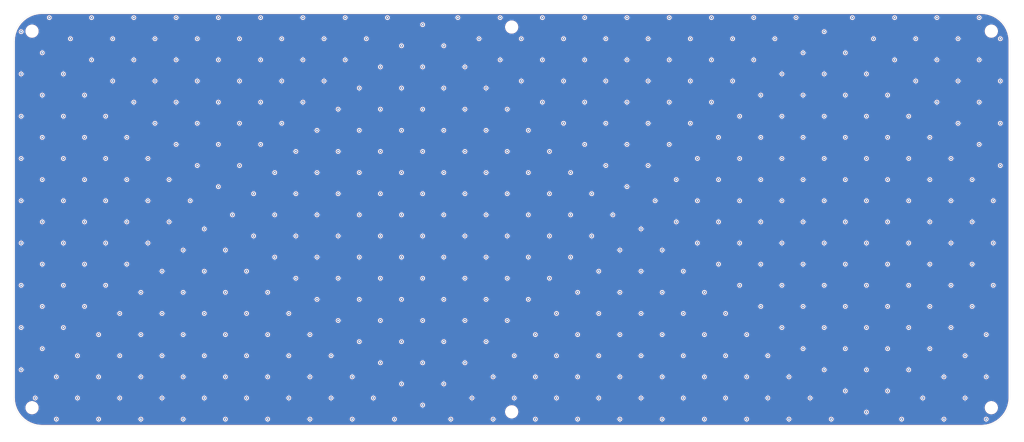
<source format=kicad_pcb>
(kicad_pcb (version 20171130) (host pcbnew "(5.1.5)-3")
  (title_block (date 2020-02-27))
  (layers (0 F.Cu signal) (31 B.Cu signal) (34 B.Paste user) (35 F.Paste user) (36 B.SilkS user) (37 F.SilkS user) (38 B.Mask user) (39 F.Mask user) (44 Edge.Cuts user))
  (net 0 "")
  (net 1 "Net-(H1-Pad1)")
  (module MountingHole:MountingHole_3.2mm_M3 (layer F.Cu) (at 347.453411 174.753427)
    (fp_text reference H6 hide)
    (fp_text value MountingHole)
    (pad 1 np_thru_hole circle (at 0 0) (size 3.2 3.2) (drill 3.2) (layers *.Cu *.Mask) (net 1 "Net-(H1-Pad1)"))
  )
  (module MountingHole:MountingHole_3.2mm_M3 (layer F.Cu) (at 75.096657 174.753427)
    (fp_text reference H2 hide)
    (fp_text value MountingHole)
    (pad 1 np_thru_hole circle (at 0 0) (size 3.2 3.2) (drill 3.2) (layers *.Cu *.Mask) (net 1 "Net-(H1-Pad1)"))
  )
  (module MountingHole:MountingHole_3.2mm_M3 (layer F.Cu) (at 211.275034 175.925)
    (fp_text reference H5 hide)
    (fp_text value MountingHole)
    (pad 1 np_thru_hole circle (at 0 0) (size 3.2 3.2) (drill 3.2) (layers *.Cu *.Mask) (net 1 "Net-(H1-Pad1)"))
  )
  (module MountingHole:MountingHole_3.2mm_M3 (layer F.Cu) (at 211.275034 66.6749)
    (fp_text reference H4 hide)
    (fp_text value MountingHole)
    (pad 1 np_thru_hole circle (at 0 0) (size 3.2 3.2) (drill 3.2) (layers *.Cu *.Mask) (net 1 "Net-(H1-Pad1)"))
  )
  (module MountingHole:MountingHole_3.2mm_M3 (layer F.Cu) (at 347.453411 67.846472)
    (fp_text reference H3 hide)
    (fp_text value MountingHole)
    (pad 1 np_thru_hole circle (at 0 0) (size 3.2 3.2) (drill 3.2) (layers *.Cu *.Mask) (net 1 "Net-(H1-Pad1)"))
  )
  (module MountingHole:MountingHole_3.2mm_M3 (layer F.Cu) (at 75.096657 67.846472)
    (fp_text reference H1 hide)
    (fp_text value MountingHole)
    (pad 1 np_thru_hole circle (at 0 0) (size 3.2 3.2) (drill 3.2) (layers *.Cu *.Mask) (net 1 "Net-(H1-Pad1)"))
  )
  (gr_line (start 344.625 62.674929) (end 77.925084 62.674929) (layer Edge.Cuts) (width 0.05))
  (gr_line (start 352.625 171.925) (end 352.625 70.674928) (layer Edge.Cuts) (width 0.05))
  (gr_arc (start 77.925084 171.925) (end 69.925085 171.925) (angle -90) (layer Edge.Cuts) (width 0.05))
  (gr_arc (start 344.625 70.674928) (end 352.625 70.674928) (angle -90) (layer Edge.Cuts) (width 0.05))
  (gr_arc (start 77.925084 70.674928) (end 77.925084 62.674929) (angle -90) (layer Edge.Cuts) (width 0.05))
  (gr_line (start 69.925085 70.674928) (end 69.925085 171.925) (layer Edge.Cuts) (width 0.05))
  (gr_line (start 77.925084 179.925) (end 344.625 179.925) (layer Edge.Cuts) (width 0.05))
  (gr_arc (start 344.625 171.925) (end 344.625 179.925) (angle -90) (layer Edge.Cuts) (width 0.05))
  (via (at 72 68) (size 0.8) (drill 0.4) (layers F.Cu B.Cu) (net 0))
  (via (at 72 80) (size 0.8) (drill 0.4) (layers F.Cu B.Cu) (net 0))
  (via (at 72 92) (size 0.8) (drill 0.4) (layers F.Cu B.Cu) (net 0))
  (via (at 72 104) (size 0.8) (drill 0.4) (layers F.Cu B.Cu) (net 0))
  (via (at 72 116) (size 0.8) (drill 0.4) (layers F.Cu B.Cu) (net 0))
  (via (at 72 128) (size 0.8) (drill 0.4) (layers F.Cu B.Cu) (net 0))
  (via (at 72 140) (size 0.8) (drill 0.4) (layers F.Cu B.Cu) (net 0))
  (via (at 72 152) (size 0.8) (drill 0.4) (layers F.Cu B.Cu) (net 0))
  (via (at 72 164) (size 0.8) (drill 0.4) (layers F.Cu B.Cu) (net 0))
  (via (at 76 172) (size 0.8) (drill 0.4) (layers F.Cu B.Cu) (net 0))
  (via (at 78 74) (size 0.8) (drill 0.4) (layers F.Cu B.Cu) (net 0))
  (via (at 78 86) (size 0.8) (drill 0.4) (layers F.Cu B.Cu) (net 0))
  (via (at 78 98) (size 0.8) (drill 0.4) (layers F.Cu B.Cu) (net 0))
  (via (at 78 110) (size 0.8) (drill 0.4) (layers F.Cu B.Cu) (net 0))
  (via (at 78 122) (size 0.8) (drill 0.4) (layers F.Cu B.Cu) (net 0))
  (via (at 78 134) (size 0.8) (drill 0.4) (layers F.Cu B.Cu) (net 0))
  (via (at 78 146) (size 0.8) (drill 0.4) (layers F.Cu B.Cu) (net 0))
  (via (at 78 158) (size 0.8) (drill 0.4) (layers F.Cu B.Cu) (net 0))
  (via (at 80 64) (size 0.8) (drill 0.4) (layers F.Cu B.Cu) (net 0))
  (via (at 82 166) (size 0.8) (drill 0.4) (layers F.Cu B.Cu) (net 0))
  (via (at 82 178) (size 0.8) (drill 0.4) (layers F.Cu B.Cu) (net 0))
  (via (at 84 80) (size 0.8) (drill 0.4) (layers F.Cu B.Cu) (net 0))
  (via (at 84 92) (size 0.8) (drill 0.4) (layers F.Cu B.Cu) (net 0))
  (via (at 84 104) (size 0.8) (drill 0.4) (layers F.Cu B.Cu) (net 0))
  (via (at 84 116) (size 0.8) (drill 0.4) (layers F.Cu B.Cu) (net 0))
  (via (at 84 128) (size 0.8) (drill 0.4) (layers F.Cu B.Cu) (net 0))
  (via (at 84 140) (size 0.8) (drill 0.4) (layers F.Cu B.Cu) (net 0))
  (via (at 84 152) (size 0.8) (drill 0.4) (layers F.Cu B.Cu) (net 0))
  (via (at 86 70) (size 0.8) (drill 0.4) (layers F.Cu B.Cu) (net 0))
  (via (at 88 160) (size 0.8) (drill 0.4) (layers F.Cu B.Cu) (net 0))
  (via (at 88 172) (size 0.8) (drill 0.4) (layers F.Cu B.Cu) (net 0))
  (via (at 90 86) (size 0.8) (drill 0.4) (layers F.Cu B.Cu) (net 0))
  (via (at 90 98) (size 0.8) (drill 0.4) (layers F.Cu B.Cu) (net 0))
  (via (at 90 110) (size 0.8) (drill 0.4) (layers F.Cu B.Cu) (net 0))
  (via (at 90 122) (size 0.8) (drill 0.4) (layers F.Cu B.Cu) (net 0))
  (via (at 90 134) (size 0.8) (drill 0.4) (layers F.Cu B.Cu) (net 0))
  (via (at 90 146) (size 0.8) (drill 0.4) (layers F.Cu B.Cu) (net 0))
  (via (at 92 64) (size 0.8) (drill 0.4) (layers F.Cu B.Cu) (net 0))
  (via (at 92 76) (size 0.8) (drill 0.4) (layers F.Cu B.Cu) (net 0))
  (via (at 94 154) (size 0.8) (drill 0.4) (layers F.Cu B.Cu) (net 0))
  (via (at 94 166) (size 0.8) (drill 0.4) (layers F.Cu B.Cu) (net 0))
  (via (at 94 178) (size 0.8) (drill 0.4) (layers F.Cu B.Cu) (net 0))
  (via (at 96 92) (size 0.8) (drill 0.4) (layers F.Cu B.Cu) (net 0))
  (via (at 96 104) (size 0.8) (drill 0.4) (layers F.Cu B.Cu) (net 0))
  (via (at 96 116) (size 0.8) (drill 0.4) (layers F.Cu B.Cu) (net 0))
  (via (at 96 128) (size 0.8) (drill 0.4) (layers F.Cu B.Cu) (net 0))
  (via (at 96 140) (size 0.8) (drill 0.4) (layers F.Cu B.Cu) (net 0))
  (via (at 98 70) (size 0.8) (drill 0.4) (layers F.Cu B.Cu) (net 0))
  (via (at 98 82) (size 0.8) (drill 0.4) (layers F.Cu B.Cu) (net 0))
  (via (at 100 148) (size 0.8) (drill 0.4) (layers F.Cu B.Cu) (net 0))
  (via (at 100 160) (size 0.8) (drill 0.4) (layers F.Cu B.Cu) (net 0))
  (via (at 100 172) (size 0.8) (drill 0.4) (layers F.Cu B.Cu) (net 0))
  (via (at 102 98) (size 0.8) (drill 0.4) (layers F.Cu B.Cu) (net 0))
  (via (at 102 110) (size 0.8) (drill 0.4) (layers F.Cu B.Cu) (net 0))
  (via (at 102 122) (size 0.8) (drill 0.4) (layers F.Cu B.Cu) (net 0))
  (via (at 102 134) (size 0.8) (drill 0.4) (layers F.Cu B.Cu) (net 0))
  (via (at 104 64) (size 0.8) (drill 0.4) (layers F.Cu B.Cu) (net 0))
  (via (at 104 76) (size 0.8) (drill 0.4) (layers F.Cu B.Cu) (net 0))
  (via (at 104 88) (size 0.8) (drill 0.4) (layers F.Cu B.Cu) (net 0))
  (via (at 106 142) (size 0.8) (drill 0.4) (layers F.Cu B.Cu) (net 0))
  (via (at 106 154) (size 0.8) (drill 0.4) (layers F.Cu B.Cu) (net 0))
  (via (at 106 166) (size 0.8) (drill 0.4) (layers F.Cu B.Cu) (net 0))
  (via (at 106 178) (size 0.8) (drill 0.4) (layers F.Cu B.Cu) (net 0))
  (via (at 108 104) (size 0.8) (drill 0.4) (layers F.Cu B.Cu) (net 0))
  (via (at 108 116) (size 0.8) (drill 0.4) (layers F.Cu B.Cu) (net 0))
  (via (at 108 128) (size 0.8) (drill 0.4) (layers F.Cu B.Cu) (net 0))
  (via (at 110 70) (size 0.8) (drill 0.4) (layers F.Cu B.Cu) (net 0))
  (via (at 110 82) (size 0.8) (drill 0.4) (layers F.Cu B.Cu) (net 0))
  (via (at 110 94) (size 0.8) (drill 0.4) (layers F.Cu B.Cu) (net 0))
  (via (at 112 136) (size 0.8) (drill 0.4) (layers F.Cu B.Cu) (net 0))
  (via (at 112 148) (size 0.8) (drill 0.4) (layers F.Cu B.Cu) (net 0))
  (via (at 112 160) (size 0.8) (drill 0.4) (layers F.Cu B.Cu) (net 0))
  (via (at 112 172) (size 0.8) (drill 0.4) (layers F.Cu B.Cu) (net 0))
  (via (at 114 110) (size 0.8) (drill 0.4) (layers F.Cu B.Cu) (net 0))
  (via (at 114 122) (size 0.8) (drill 0.4) (layers F.Cu B.Cu) (net 0))
  (via (at 116 64) (size 0.8) (drill 0.4) (layers F.Cu B.Cu) (net 0))
  (via (at 116 76) (size 0.8) (drill 0.4) (layers F.Cu B.Cu) (net 0))
  (via (at 116 88) (size 0.8) (drill 0.4) (layers F.Cu B.Cu) (net 0))
  (via (at 116 100) (size 0.8) (drill 0.4) (layers F.Cu B.Cu) (net 0))
  (via (at 118 130) (size 0.8) (drill 0.4) (layers F.Cu B.Cu) (net 0))
  (via (at 118 142) (size 0.8) (drill 0.4) (layers F.Cu B.Cu) (net 0))
  (via (at 118 154) (size 0.8) (drill 0.4) (layers F.Cu B.Cu) (net 0))
  (via (at 118 166) (size 0.8) (drill 0.4) (layers F.Cu B.Cu) (net 0))
  (via (at 118 178) (size 0.8) (drill 0.4) (layers F.Cu B.Cu) (net 0))
  (via (at 120 116) (size 0.8) (drill 0.4) (layers F.Cu B.Cu) (net 0))
  (via (at 122 70) (size 0.8) (drill 0.4) (layers F.Cu B.Cu) (net 0))
  (via (at 122 82) (size 0.8) (drill 0.4) (layers F.Cu B.Cu) (net 0))
  (via (at 122 94) (size 0.8) (drill 0.4) (layers F.Cu B.Cu) (net 0))
  (via (at 122 106) (size 0.8) (drill 0.4) (layers F.Cu B.Cu) (net 0))
  (via (at 124 124) (size 0.8) (drill 0.4) (layers F.Cu B.Cu) (net 0))
  (via (at 124 136) (size 0.8) (drill 0.4) (layers F.Cu B.Cu) (net 0))
  (via (at 124 148) (size 0.8) (drill 0.4) (layers F.Cu B.Cu) (net 0))
  (via (at 124 160) (size 0.8) (drill 0.4) (layers F.Cu B.Cu) (net 0))
  (via (at 124 172) (size 0.8) (drill 0.4) (layers F.Cu B.Cu) (net 0))
  (via (at 128 64) (size 0.8) (drill 0.4) (layers F.Cu B.Cu) (net 0))
  (via (at 128 76) (size 0.8) (drill 0.4) (layers F.Cu B.Cu) (net 0))
  (via (at 128 88) (size 0.8) (drill 0.4) (layers F.Cu B.Cu) (net 0))
  (via (at 128 100) (size 0.8) (drill 0.4) (layers F.Cu B.Cu) (net 0))
  (via (at 128 112) (size 0.8) (drill 0.4) (layers F.Cu B.Cu) (net 0))
  (via (at 130 130) (size 0.8) (drill 0.4) (layers F.Cu B.Cu) (net 0))
  (via (at 130 142) (size 0.8) (drill 0.4) (layers F.Cu B.Cu) (net 0))
  (via (at 130 154) (size 0.8) (drill 0.4) (layers F.Cu B.Cu) (net 0))
  (via (at 130 166) (size 0.8) (drill 0.4) (layers F.Cu B.Cu) (net 0))
  (via (at 130 178) (size 0.8) (drill 0.4) (layers F.Cu B.Cu) (net 0))
  (via (at 132 120) (size 0.8) (drill 0.4) (layers F.Cu B.Cu) (net 0))
  (via (at 134 70) (size 0.8) (drill 0.4) (layers F.Cu B.Cu) (net 0))
  (via (at 134 82) (size 0.8) (drill 0.4) (layers F.Cu B.Cu) (net 0))
  (via (at 134 94) (size 0.8) (drill 0.4) (layers F.Cu B.Cu) (net 0))
  (via (at 134 106) (size 0.8) (drill 0.4) (layers F.Cu B.Cu) (net 0))
  (via (at 136 136) (size 0.8) (drill 0.4) (layers F.Cu B.Cu) (net 0))
  (via (at 136 148) (size 0.8) (drill 0.4) (layers F.Cu B.Cu) (net 0))
  (via (at 136 160) (size 0.8) (drill 0.4) (layers F.Cu B.Cu) (net 0))
  (via (at 136 172) (size 0.8) (drill 0.4) (layers F.Cu B.Cu) (net 0))
  (via (at 138 114) (size 0.8) (drill 0.4) (layers F.Cu B.Cu) (net 0))
  (via (at 138 126) (size 0.8) (drill 0.4) (layers F.Cu B.Cu) (net 0))
  (via (at 140 64) (size 0.8) (drill 0.4) (layers F.Cu B.Cu) (net 0))
  (via (at 140 76) (size 0.8) (drill 0.4) (layers F.Cu B.Cu) (net 0))
  (via (at 140 88) (size 0.8) (drill 0.4) (layers F.Cu B.Cu) (net 0))
  (via (at 140 100) (size 0.8) (drill 0.4) (layers F.Cu B.Cu) (net 0))
  (via (at 142 142) (size 0.8) (drill 0.4) (layers F.Cu B.Cu) (net 0))
  (via (at 142 154) (size 0.8) (drill 0.4) (layers F.Cu B.Cu) (net 0))
  (via (at 142 166) (size 0.8) (drill 0.4) (layers F.Cu B.Cu) (net 0))
  (via (at 142 178) (size 0.8) (drill 0.4) (layers F.Cu B.Cu) (net 0))
  (via (at 144 108) (size 0.8) (drill 0.4) (layers F.Cu B.Cu) (net 0))
  (via (at 144 120) (size 0.8) (drill 0.4) (layers F.Cu B.Cu) (net 0))
  (via (at 144 132) (size 0.8) (drill 0.4) (layers F.Cu B.Cu) (net 0))
  (via (at 146 70) (size 0.8) (drill 0.4) (layers F.Cu B.Cu) (net 0))
  (via (at 146 82) (size 0.8) (drill 0.4) (layers F.Cu B.Cu) (net 0))
  (via (at 146 94) (size 0.8) (drill 0.4) (layers F.Cu B.Cu) (net 0))
  (via (at 148 148) (size 0.8) (drill 0.4) (layers F.Cu B.Cu) (net 0))
  (via (at 148 160) (size 0.8) (drill 0.4) (layers F.Cu B.Cu) (net 0))
  (via (at 148 172) (size 0.8) (drill 0.4) (layers F.Cu B.Cu) (net 0))
  (via (at 150 102) (size 0.8) (drill 0.4) (layers F.Cu B.Cu) (net 0))
  (via (at 150 114) (size 0.8) (drill 0.4) (layers F.Cu B.Cu) (net 0))
  (via (at 150 126) (size 0.8) (drill 0.4) (layers F.Cu B.Cu) (net 0))
  (via (at 150 138) (size 0.8) (drill 0.4) (layers F.Cu B.Cu) (net 0))
  (via (at 152 64) (size 0.8) (drill 0.4) (layers F.Cu B.Cu) (net 0))
  (via (at 152 76) (size 0.8) (drill 0.4) (layers F.Cu B.Cu) (net 0))
  (via (at 152 88) (size 0.8) (drill 0.4) (layers F.Cu B.Cu) (net 0))
  (via (at 154 154) (size 0.8) (drill 0.4) (layers F.Cu B.Cu) (net 0))
  (via (at 154 166) (size 0.8) (drill 0.4) (layers F.Cu B.Cu) (net 0))
  (via (at 154 178) (size 0.8) (drill 0.4) (layers F.Cu B.Cu) (net 0))
  (via (at 156 96) (size 0.8) (drill 0.4) (layers F.Cu B.Cu) (net 0))
  (via (at 156 108) (size 0.8) (drill 0.4) (layers F.Cu B.Cu) (net 0))
  (via (at 156 120) (size 0.8) (drill 0.4) (layers F.Cu B.Cu) (net 0))
  (via (at 156 132) (size 0.8) (drill 0.4) (layers F.Cu B.Cu) (net 0))
  (via (at 156 144) (size 0.8) (drill 0.4) (layers F.Cu B.Cu) (net 0))
  (via (at 158 70) (size 0.8) (drill 0.4) (layers F.Cu B.Cu) (net 0))
  (via (at 158 82) (size 0.8) (drill 0.4) (layers F.Cu B.Cu) (net 0))
  (via (at 160 160) (size 0.8) (drill 0.4) (layers F.Cu B.Cu) (net 0))
  (via (at 160 172) (size 0.8) (drill 0.4) (layers F.Cu B.Cu) (net 0))
  (via (at 162 90) (size 0.8) (drill 0.4) (layers F.Cu B.Cu) (net 0))
  (via (at 162 102) (size 0.8) (drill 0.4) (layers F.Cu B.Cu) (net 0))
  (via (at 162 114) (size 0.8) (drill 0.4) (layers F.Cu B.Cu) (net 0))
  (via (at 162 126) (size 0.8) (drill 0.4) (layers F.Cu B.Cu) (net 0))
  (via (at 162 138) (size 0.8) (drill 0.4) (layers F.Cu B.Cu) (net 0))
  (via (at 162 150) (size 0.8) (drill 0.4) (layers F.Cu B.Cu) (net 0))
  (via (at 164 64) (size 0.8) (drill 0.4) (layers F.Cu B.Cu) (net 0))
  (via (at 164 76) (size 0.8) (drill 0.4) (layers F.Cu B.Cu) (net 0))
  (via (at 166 166) (size 0.8) (drill 0.4) (layers F.Cu B.Cu) (net 0))
  (via (at 166 178) (size 0.8) (drill 0.4) (layers F.Cu B.Cu) (net 0))
  (via (at 168 84) (size 0.8) (drill 0.4) (layers F.Cu B.Cu) (net 0))
  (via (at 168 96) (size 0.8) (drill 0.4) (layers F.Cu B.Cu) (net 0))
  (via (at 168 108) (size 0.8) (drill 0.4) (layers F.Cu B.Cu) (net 0))
  (via (at 168 120) (size 0.8) (drill 0.4) (layers F.Cu B.Cu) (net 0))
  (via (at 168 132) (size 0.8) (drill 0.4) (layers F.Cu B.Cu) (net 0))
  (via (at 168 144) (size 0.8) (drill 0.4) (layers F.Cu B.Cu) (net 0))
  (via (at 168 156) (size 0.8) (drill 0.4) (layers F.Cu B.Cu) (net 0))
  (via (at 170 70) (size 0.8) (drill 0.4) (layers F.Cu B.Cu) (net 0))
  (via (at 172 172) (size 0.8) (drill 0.4) (layers F.Cu B.Cu) (net 0))
  (via (at 174 78) (size 0.8) (drill 0.4) (layers F.Cu B.Cu) (net 0))
  (via (at 174 90) (size 0.8) (drill 0.4) (layers F.Cu B.Cu) (net 0))
  (via (at 174 102) (size 0.8) (drill 0.4) (layers F.Cu B.Cu) (net 0))
  (via (at 174 114) (size 0.8) (drill 0.4) (layers F.Cu B.Cu) (net 0))
  (via (at 174 126) (size 0.8) (drill 0.4) (layers F.Cu B.Cu) (net 0))
  (via (at 174 138) (size 0.8) (drill 0.4) (layers F.Cu B.Cu) (net 0))
  (via (at 174 150) (size 0.8) (drill 0.4) (layers F.Cu B.Cu) (net 0))
  (via (at 174 162) (size 0.8) (drill 0.4) (layers F.Cu B.Cu) (net 0))
  (via (at 176 64) (size 0.8) (drill 0.4) (layers F.Cu B.Cu) (net 0))
  (via (at 178 178) (size 0.8) (drill 0.4) (layers F.Cu B.Cu) (net 0))
  (via (at 180 72) (size 0.8) (drill 0.4) (layers F.Cu B.Cu) (net 0))
  (via (at 180 84) (size 0.8) (drill 0.4) (layers F.Cu B.Cu) (net 0))
  (via (at 180 96) (size 0.8) (drill 0.4) (layers F.Cu B.Cu) (net 0))
  (via (at 180 108) (size 0.8) (drill 0.4) (layers F.Cu B.Cu) (net 0))
  (via (at 180 120) (size 0.8) (drill 0.4) (layers F.Cu B.Cu) (net 0))
  (via (at 180 132) (size 0.8) (drill 0.4) (layers F.Cu B.Cu) (net 0))
  (via (at 180 144) (size 0.8) (drill 0.4) (layers F.Cu B.Cu) (net 0))
  (via (at 180 156) (size 0.8) (drill 0.4) (layers F.Cu B.Cu) (net 0))
  (via (at 180 168) (size 0.8) (drill 0.4) (layers F.Cu B.Cu) (net 0))
  (via (at 186 66) (size 0.8) (drill 0.4) (layers F.Cu B.Cu) (net 0))
  (via (at 186 78) (size 0.8) (drill 0.4) (layers F.Cu B.Cu) (net 0))
  (via (at 186 90) (size 0.8) (drill 0.4) (layers F.Cu B.Cu) (net 0))
  (via (at 186 102) (size 0.8) (drill 0.4) (layers F.Cu B.Cu) (net 0))
  (via (at 186 114) (size 0.8) (drill 0.4) (layers F.Cu B.Cu) (net 0))
  (via (at 186 126) (size 0.8) (drill 0.4) (layers F.Cu B.Cu) (net 0))
  (via (at 186 138) (size 0.8) (drill 0.4) (layers F.Cu B.Cu) (net 0))
  (via (at 186 150) (size 0.8) (drill 0.4) (layers F.Cu B.Cu) (net 0))
  (via (at 186 162) (size 0.8) (drill 0.4) (layers F.Cu B.Cu) (net 0))
  (via (at 186 174) (size 0.8) (drill 0.4) (layers F.Cu B.Cu) (net 0))
  (via (at 192 72) (size 0.8) (drill 0.4) (layers F.Cu B.Cu) (net 0))
  (via (at 192 84) (size 0.8) (drill 0.4) (layers F.Cu B.Cu) (net 0))
  (via (at 192 96) (size 0.8) (drill 0.4) (layers F.Cu B.Cu) (net 0))
  (via (at 192 108) (size 0.8) (drill 0.4) (layers F.Cu B.Cu) (net 0))
  (via (at 192 120) (size 0.8) (drill 0.4) (layers F.Cu B.Cu) (net 0))
  (via (at 192 132) (size 0.8) (drill 0.4) (layers F.Cu B.Cu) (net 0))
  (via (at 192 144) (size 0.8) (drill 0.4) (layers F.Cu B.Cu) (net 0))
  (via (at 192 156) (size 0.8) (drill 0.4) (layers F.Cu B.Cu) (net 0))
  (via (at 192 168) (size 0.8) (drill 0.4) (layers F.Cu B.Cu) (net 0))
  (via (at 194 178) (size 0.8) (drill 0.4) (layers F.Cu B.Cu) (net 0))
  (via (at 196 64) (size 0.8) (drill 0.4) (layers F.Cu B.Cu) (net 0))
  (via (at 198 78) (size 0.8) (drill 0.4) (layers F.Cu B.Cu) (net 0))
  (via (at 198 90) (size 0.8) (drill 0.4) (layers F.Cu B.Cu) (net 0))
  (via (at 198 102) (size 0.8) (drill 0.4) (layers F.Cu B.Cu) (net 0))
  (via (at 198 114) (size 0.8) (drill 0.4) (layers F.Cu B.Cu) (net 0))
  (via (at 198 126) (size 0.8) (drill 0.4) (layers F.Cu B.Cu) (net 0))
  (via (at 198 138) (size 0.8) (drill 0.4) (layers F.Cu B.Cu) (net 0))
  (via (at 198 150) (size 0.8) (drill 0.4) (layers F.Cu B.Cu) (net 0))
  (via (at 198 162) (size 0.8) (drill 0.4) (layers F.Cu B.Cu) (net 0))
  (via (at 200 172) (size 0.8) (drill 0.4) (layers F.Cu B.Cu) (net 0))
  (via (at 202 70) (size 0.8) (drill 0.4) (layers F.Cu B.Cu) (net 0))
  (via (at 204 84) (size 0.8) (drill 0.4) (layers F.Cu B.Cu) (net 0))
  (via (at 204 96) (size 0.8) (drill 0.4) (layers F.Cu B.Cu) (net 0))
  (via (at 204 108) (size 0.8) (drill 0.4) (layers F.Cu B.Cu) (net 0))
  (via (at 204 120) (size 0.8) (drill 0.4) (layers F.Cu B.Cu) (net 0))
  (via (at 204 132) (size 0.8) (drill 0.4) (layers F.Cu B.Cu) (net 0))
  (via (at 204 144) (size 0.8) (drill 0.4) (layers F.Cu B.Cu) (net 0))
  (via (at 204 156) (size 0.8) (drill 0.4) (layers F.Cu B.Cu) (net 0))
  (via (at 206 166) (size 0.8) (drill 0.4) (layers F.Cu B.Cu) (net 0))
  (via (at 206 178) (size 0.8) (drill 0.4) (layers F.Cu B.Cu) (net 0))
  (via (at 208 64) (size 0.8) (drill 0.4) (layers F.Cu B.Cu) (net 0))
  (via (at 208 76) (size 0.8) (drill 0.4) (layers F.Cu B.Cu) (net 0))
  (via (at 210 90) (size 0.8) (drill 0.4) (layers F.Cu B.Cu) (net 0))
  (via (at 210 102) (size 0.8) (drill 0.4) (layers F.Cu B.Cu) (net 0))
  (via (at 210 114) (size 0.8) (drill 0.4) (layers F.Cu B.Cu) (net 0))
  (via (at 210 126) (size 0.8) (drill 0.4) (layers F.Cu B.Cu) (net 0))
  (via (at 210 138) (size 0.8) (drill 0.4) (layers F.Cu B.Cu) (net 0))
  (via (at 210 150) (size 0.8) (drill 0.4) (layers F.Cu B.Cu) (net 0))
  (via (at 212 160) (size 0.8) (drill 0.4) (layers F.Cu B.Cu) (net 0))
  (via (at 212 172) (size 0.8) (drill 0.4) (layers F.Cu B.Cu) (net 0))
  (via (at 214 70) (size 0.8) (drill 0.4) (layers F.Cu B.Cu) (net 0))
  (via (at 214 82) (size 0.8) (drill 0.4) (layers F.Cu B.Cu) (net 0))
  (via (at 216 96) (size 0.8) (drill 0.4) (layers F.Cu B.Cu) (net 0))
  (via (at 216 108) (size 0.8) (drill 0.4) (layers F.Cu B.Cu) (net 0))
  (via (at 216 120) (size 0.8) (drill 0.4) (layers F.Cu B.Cu) (net 0))
  (via (at 216 132) (size 0.8) (drill 0.4) (layers F.Cu B.Cu) (net 0))
  (via (at 216 144) (size 0.8) (drill 0.4) (layers F.Cu B.Cu) (net 0))
  (via (at 218 154) (size 0.8) (drill 0.4) (layers F.Cu B.Cu) (net 0))
  (via (at 218 166) (size 0.8) (drill 0.4) (layers F.Cu B.Cu) (net 0))
  (via (at 218 178) (size 0.8) (drill 0.4) (layers F.Cu B.Cu) (net 0))
  (via (at 220 64) (size 0.8) (drill 0.4) (layers F.Cu B.Cu) (net 0))
  (via (at 220 76) (size 0.8) (drill 0.4) (layers F.Cu B.Cu) (net 0))
  (via (at 220 88) (size 0.8) (drill 0.4) (layers F.Cu B.Cu) (net 0))
  (via (at 222 102) (size 0.8) (drill 0.4) (layers F.Cu B.Cu) (net 0))
  (via (at 222 114) (size 0.8) (drill 0.4) (layers F.Cu B.Cu) (net 0))
  (via (at 222 126) (size 0.8) (drill 0.4) (layers F.Cu B.Cu) (net 0))
  (via (at 222 138) (size 0.8) (drill 0.4) (layers F.Cu B.Cu) (net 0))
  (via (at 224 148) (size 0.8) (drill 0.4) (layers F.Cu B.Cu) (net 0))
  (via (at 224 160) (size 0.8) (drill 0.4) (layers F.Cu B.Cu) (net 0))
  (via (at 224 172) (size 0.8) (drill 0.4) (layers F.Cu B.Cu) (net 0))
  (via (at 226 70) (size 0.8) (drill 0.4) (layers F.Cu B.Cu) (net 0))
  (via (at 226 82) (size 0.8) (drill 0.4) (layers F.Cu B.Cu) (net 0))
  (via (at 226 94) (size 0.8) (drill 0.4) (layers F.Cu B.Cu) (net 0))
  (via (at 228 108) (size 0.8) (drill 0.4) (layers F.Cu B.Cu) (net 0))
  (via (at 228 120) (size 0.8) (drill 0.4) (layers F.Cu B.Cu) (net 0))
  (via (at 228 132) (size 0.8) (drill 0.4) (layers F.Cu B.Cu) (net 0))
  (via (at 230 142) (size 0.8) (drill 0.4) (layers F.Cu B.Cu) (net 0))
  (via (at 230 154) (size 0.8) (drill 0.4) (layers F.Cu B.Cu) (net 0))
  (via (at 230 166) (size 0.8) (drill 0.4) (layers F.Cu B.Cu) (net 0))
  (via (at 230 178) (size 0.8) (drill 0.4) (layers F.Cu B.Cu) (net 0))
  (via (at 232 64) (size 0.8) (drill 0.4) (layers F.Cu B.Cu) (net 0))
  (via (at 232 76) (size 0.8) (drill 0.4) (layers F.Cu B.Cu) (net 0))
  (via (at 232 88) (size 0.8) (drill 0.4) (layers F.Cu B.Cu) (net 0))
  (via (at 232 100) (size 0.8) (drill 0.4) (layers F.Cu B.Cu) (net 0))
  (via (at 234 114) (size 0.8) (drill 0.4) (layers F.Cu B.Cu) (net 0))
  (via (at 234 126) (size 0.8) (drill 0.4) (layers F.Cu B.Cu) (net 0))
  (via (at 236 136) (size 0.8) (drill 0.4) (layers F.Cu B.Cu) (net 0))
  (via (at 236 148) (size 0.8) (drill 0.4) (layers F.Cu B.Cu) (net 0))
  (via (at 236 160) (size 0.8) (drill 0.4) (layers F.Cu B.Cu) (net 0))
  (via (at 236 172) (size 0.8) (drill 0.4) (layers F.Cu B.Cu) (net 0))
  (via (at 238 70) (size 0.8) (drill 0.4) (layers F.Cu B.Cu) (net 0))
  (via (at 238 82) (size 0.8) (drill 0.4) (layers F.Cu B.Cu) (net 0))
  (via (at 238 94) (size 0.8) (drill 0.4) (layers F.Cu B.Cu) (net 0))
  (via (at 238 106) (size 0.8) (drill 0.4) (layers F.Cu B.Cu) (net 0))
  (via (at 240 120) (size 0.8) (drill 0.4) (layers F.Cu B.Cu) (net 0))
  (via (at 242 130) (size 0.8) (drill 0.4) (layers F.Cu B.Cu) (net 0))
  (via (at 242 142) (size 0.8) (drill 0.4) (layers F.Cu B.Cu) (net 0))
  (via (at 242 154) (size 0.8) (drill 0.4) (layers F.Cu B.Cu) (net 0))
  (via (at 242 166) (size 0.8) (drill 0.4) (layers F.Cu B.Cu) (net 0))
  (via (at 242 178) (size 0.8) (drill 0.4) (layers F.Cu B.Cu) (net 0))
  (via (at 244 64) (size 0.8) (drill 0.4) (layers F.Cu B.Cu) (net 0))
  (via (at 244 76) (size 0.8) (drill 0.4) (layers F.Cu B.Cu) (net 0))
  (via (at 244 88) (size 0.8) (drill 0.4) (layers F.Cu B.Cu) (net 0))
  (via (at 244 100) (size 0.8) (drill 0.4) (layers F.Cu B.Cu) (net 0))
  (via (at 244 112) (size 0.8) (drill 0.4) (layers F.Cu B.Cu) (net 0))
  (via (at 248 124) (size 0.8) (drill 0.4) (layers F.Cu B.Cu) (net 0))
  (via (at 248 136) (size 0.8) (drill 0.4) (layers F.Cu B.Cu) (net 0))
  (via (at 248 148) (size 0.8) (drill 0.4) (layers F.Cu B.Cu) (net 0))
  (via (at 248 160) (size 0.8) (drill 0.4) (layers F.Cu B.Cu) (net 0))
  (via (at 248 172) (size 0.8) (drill 0.4) (layers F.Cu B.Cu) (net 0))
  (via (at 250 70) (size 0.8) (drill 0.4) (layers F.Cu B.Cu) (net 0))
  (via (at 250 82) (size 0.8) (drill 0.4) (layers F.Cu B.Cu) (net 0))
  (via (at 250 94) (size 0.8) (drill 0.4) (layers F.Cu B.Cu) (net 0))
  (via (at 250 106) (size 0.8) (drill 0.4) (layers F.Cu B.Cu) (net 0))
  (via (at 252 116) (size 0.8) (drill 0.4) (layers F.Cu B.Cu) (net 0))
  (via (at 254 130) (size 0.8) (drill 0.4) (layers F.Cu B.Cu) (net 0))
  (via (at 254 142) (size 0.8) (drill 0.4) (layers F.Cu B.Cu) (net 0))
  (via (at 254 154) (size 0.8) (drill 0.4) (layers F.Cu B.Cu) (net 0))
  (via (at 254 166) (size 0.8) (drill 0.4) (layers F.Cu B.Cu) (net 0))
  (via (at 254 178) (size 0.8) (drill 0.4) (layers F.Cu B.Cu) (net 0))
  (via (at 256 64) (size 0.8) (drill 0.4) (layers F.Cu B.Cu) (net 0))
  (via (at 256 76) (size 0.8) (drill 0.4) (layers F.Cu B.Cu) (net 0))
  (via (at 256 88) (size 0.8) (drill 0.4) (layers F.Cu B.Cu) (net 0))
  (via (at 256 100) (size 0.8) (drill 0.4) (layers F.Cu B.Cu) (net 0))
  (via (at 258 110) (size 0.8) (drill 0.4) (layers F.Cu B.Cu) (net 0))
  (via (at 258 122) (size 0.8) (drill 0.4) (layers F.Cu B.Cu) (net 0))
  (via (at 260 136) (size 0.8) (drill 0.4) (layers F.Cu B.Cu) (net 0))
  (via (at 260 148) (size 0.8) (drill 0.4) (layers F.Cu B.Cu) (net 0))
  (via (at 260 160) (size 0.8) (drill 0.4) (layers F.Cu B.Cu) (net 0))
  (via (at 260 172) (size 0.8) (drill 0.4) (layers F.Cu B.Cu) (net 0))
  (via (at 262 70) (size 0.8) (drill 0.4) (layers F.Cu B.Cu) (net 0))
  (via (at 262 82) (size 0.8) (drill 0.4) (layers F.Cu B.Cu) (net 0))
  (via (at 262 94) (size 0.8) (drill 0.4) (layers F.Cu B.Cu) (net 0))
  (via (at 264 104) (size 0.8) (drill 0.4) (layers F.Cu B.Cu) (net 0))
  (via (at 264 116) (size 0.8) (drill 0.4) (layers F.Cu B.Cu) (net 0))
  (via (at 264 128) (size 0.8) (drill 0.4) (layers F.Cu B.Cu) (net 0))
  (via (at 266 142) (size 0.8) (drill 0.4) (layers F.Cu B.Cu) (net 0))
  (via (at 266 154) (size 0.8) (drill 0.4) (layers F.Cu B.Cu) (net 0))
  (via (at 266 166) (size 0.8) (drill 0.4) (layers F.Cu B.Cu) (net 0))
  (via (at 266 178) (size 0.8) (drill 0.4) (layers F.Cu B.Cu) (net 0))
  (via (at 268 64) (size 0.8) (drill 0.4) (layers F.Cu B.Cu) (net 0))
  (via (at 268 76) (size 0.8) (drill 0.4) (layers F.Cu B.Cu) (net 0))
  (via (at 268 88) (size 0.8) (drill 0.4) (layers F.Cu B.Cu) (net 0))
  (via (at 270 98) (size 0.8) (drill 0.4) (layers F.Cu B.Cu) (net 0))
  (via (at 270 110) (size 0.8) (drill 0.4) (layers F.Cu B.Cu) (net 0))
  (via (at 270 122) (size 0.8) (drill 0.4) (layers F.Cu B.Cu) (net 0))
  (via (at 270 134) (size 0.8) (drill 0.4) (layers F.Cu B.Cu) (net 0))
  (via (at 272 148) (size 0.8) (drill 0.4) (layers F.Cu B.Cu) (net 0))
  (via (at 272 160) (size 0.8) (drill 0.4) (layers F.Cu B.Cu) (net 0))
  (via (at 272 172) (size 0.8) (drill 0.4) (layers F.Cu B.Cu) (net 0))
  (via (at 274 70) (size 0.8) (drill 0.4) (layers F.Cu B.Cu) (net 0))
  (via (at 274 82) (size 0.8) (drill 0.4) (layers F.Cu B.Cu) (net 0))
  (via (at 276 92) (size 0.8) (drill 0.4) (layers F.Cu B.Cu) (net 0))
  (via (at 276 104) (size 0.8) (drill 0.4) (layers F.Cu B.Cu) (net 0))
  (via (at 276 116) (size 0.8) (drill 0.4) (layers F.Cu B.Cu) (net 0))
  (via (at 276 128) (size 0.8) (drill 0.4) (layers F.Cu B.Cu) (net 0))
  (via (at 276 140) (size 0.8) (drill 0.4) (layers F.Cu B.Cu) (net 0))
  (via (at 278 154) (size 0.8) (drill 0.4) (layers F.Cu B.Cu) (net 0))
  (via (at 278 166) (size 0.8) (drill 0.4) (layers F.Cu B.Cu) (net 0))
  (via (at 278 178) (size 0.8) (drill 0.4) (layers F.Cu B.Cu) (net 0))
  (via (at 280 64) (size 0.8) (drill 0.4) (layers F.Cu B.Cu) (net 0))
  (via (at 280 76) (size 0.8) (drill 0.4) (layers F.Cu B.Cu) (net 0))
  (via (at 282 86) (size 0.8) (drill 0.4) (layers F.Cu B.Cu) (net 0))
  (via (at 282 98) (size 0.8) (drill 0.4) (layers F.Cu B.Cu) (net 0))
  (via (at 282 110) (size 0.8) (drill 0.4) (layers F.Cu B.Cu) (net 0))
  (via (at 282 122) (size 0.8) (drill 0.4) (layers F.Cu B.Cu) (net 0))
  (via (at 282 134) (size 0.8) (drill 0.4) (layers F.Cu B.Cu) (net 0))
  (via (at 282 146) (size 0.8) (drill 0.4) (layers F.Cu B.Cu) (net 0))
  (via (at 284 160) (size 0.8) (drill 0.4) (layers F.Cu B.Cu) (net 0))
  (via (at 284 172) (size 0.8) (drill 0.4) (layers F.Cu B.Cu) (net 0))
  (via (at 286 70) (size 0.8) (drill 0.4) (layers F.Cu B.Cu) (net 0))
  (via (at 288 80) (size 0.8) (drill 0.4) (layers F.Cu B.Cu) (net 0))
  (via (at 288 92) (size 0.8) (drill 0.4) (layers F.Cu B.Cu) (net 0))
  (via (at 288 104) (size 0.8) (drill 0.4) (layers F.Cu B.Cu) (net 0))
  (via (at 288 116) (size 0.8) (drill 0.4) (layers F.Cu B.Cu) (net 0))
  (via (at 288 128) (size 0.8) (drill 0.4) (layers F.Cu B.Cu) (net 0))
  (via (at 288 140) (size 0.8) (drill 0.4) (layers F.Cu B.Cu) (net 0))
  (via (at 288 152) (size 0.8) (drill 0.4) (layers F.Cu B.Cu) (net 0))
  (via (at 290 166) (size 0.8) (drill 0.4) (layers F.Cu B.Cu) (net 0))
  (via (at 290 178) (size 0.8) (drill 0.4) (layers F.Cu B.Cu) (net 0))
  (via (at 292 64) (size 0.8) (drill 0.4) (layers F.Cu B.Cu) (net 0))
  (via (at 294 74) (size 0.8) (drill 0.4) (layers F.Cu B.Cu) (net 0))
  (via (at 294 86) (size 0.8) (drill 0.4) (layers F.Cu B.Cu) (net 0))
  (via (at 294 98) (size 0.8) (drill 0.4) (layers F.Cu B.Cu) (net 0))
  (via (at 294 110) (size 0.8) (drill 0.4) (layers F.Cu B.Cu) (net 0))
  (via (at 294 122) (size 0.8) (drill 0.4) (layers F.Cu B.Cu) (net 0))
  (via (at 294 134) (size 0.8) (drill 0.4) (layers F.Cu B.Cu) (net 0))
  (via (at 294 146) (size 0.8) (drill 0.4) (layers F.Cu B.Cu) (net 0))
  (via (at 294 158) (size 0.8) (drill 0.4) (layers F.Cu B.Cu) (net 0))
  (via (at 296 172) (size 0.8) (drill 0.4) (layers F.Cu B.Cu) (net 0))
  (via (at 300 68) (size 0.8) (drill 0.4) (layers F.Cu B.Cu) (net 0))
  (via (at 300 80) (size 0.8) (drill 0.4) (layers F.Cu B.Cu) (net 0))
  (via (at 300 92) (size 0.8) (drill 0.4) (layers F.Cu B.Cu) (net 0))
  (via (at 300 104) (size 0.8) (drill 0.4) (layers F.Cu B.Cu) (net 0))
  (via (at 300 116) (size 0.8) (drill 0.4) (layers F.Cu B.Cu) (net 0))
  (via (at 300 128) (size 0.8) (drill 0.4) (layers F.Cu B.Cu) (net 0))
  (via (at 300 140) (size 0.8) (drill 0.4) (layers F.Cu B.Cu) (net 0))
  (via (at 300 152) (size 0.8) (drill 0.4) (layers F.Cu B.Cu) (net 0))
  (via (at 300 164) (size 0.8) (drill 0.4) (layers F.Cu B.Cu) (net 0))
  (via (at 302 178) (size 0.8) (drill 0.4) (layers F.Cu B.Cu) (net 0))
  (via (at 306 74) (size 0.8) (drill 0.4) (layers F.Cu B.Cu) (net 0))
  (via (at 306 86) (size 0.8) (drill 0.4) (layers F.Cu B.Cu) (net 0))
  (via (at 306 98) (size 0.8) (drill 0.4) (layers F.Cu B.Cu) (net 0))
  (via (at 306 110) (size 0.8) (drill 0.4) (layers F.Cu B.Cu) (net 0))
  (via (at 306 122) (size 0.8) (drill 0.4) (layers F.Cu B.Cu) (net 0))
  (via (at 306 134) (size 0.8) (drill 0.4) (layers F.Cu B.Cu) (net 0))
  (via (at 306 146) (size 0.8) (drill 0.4) (layers F.Cu B.Cu) (net 0))
  (via (at 306 158) (size 0.8) (drill 0.4) (layers F.Cu B.Cu) (net 0))
  (via (at 306 170) (size 0.8) (drill 0.4) (layers F.Cu B.Cu) (net 0))
  (via (at 308 64) (size 0.8) (drill 0.4) (layers F.Cu B.Cu) (net 0))
  (via (at 312 80) (size 0.8) (drill 0.4) (layers F.Cu B.Cu) (net 0))
  (via (at 312 92) (size 0.8) (drill 0.4) (layers F.Cu B.Cu) (net 0))
  (via (at 312 104) (size 0.8) (drill 0.4) (layers F.Cu B.Cu) (net 0))
  (via (at 312 116) (size 0.8) (drill 0.4) (layers F.Cu B.Cu) (net 0))
  (via (at 312 128) (size 0.8) (drill 0.4) (layers F.Cu B.Cu) (net 0))
  (via (at 312 140) (size 0.8) (drill 0.4) (layers F.Cu B.Cu) (net 0))
  (via (at 312 152) (size 0.8) (drill 0.4) (layers F.Cu B.Cu) (net 0))
  (via (at 312 164) (size 0.8) (drill 0.4) (layers F.Cu B.Cu) (net 0))
  (via (at 312 176) (size 0.8) (drill 0.4) (layers F.Cu B.Cu) (net 0))
  (via (at 314 70) (size 0.8) (drill 0.4) (layers F.Cu B.Cu) (net 0))
  (via (at 318 86) (size 0.8) (drill 0.4) (layers F.Cu B.Cu) (net 0))
  (via (at 318 98) (size 0.8) (drill 0.4) (layers F.Cu B.Cu) (net 0))
  (via (at 318 110) (size 0.8) (drill 0.4) (layers F.Cu B.Cu) (net 0))
  (via (at 318 122) (size 0.8) (drill 0.4) (layers F.Cu B.Cu) (net 0))
  (via (at 318 134) (size 0.8) (drill 0.4) (layers F.Cu B.Cu) (net 0))
  (via (at 318 146) (size 0.8) (drill 0.4) (layers F.Cu B.Cu) (net 0))
  (via (at 318 158) (size 0.8) (drill 0.4) (layers F.Cu B.Cu) (net 0))
  (via (at 318 170) (size 0.8) (drill 0.4) (layers F.Cu B.Cu) (net 0))
  (via (at 320 64) (size 0.8) (drill 0.4) (layers F.Cu B.Cu) (net 0))
  (via (at 320 76) (size 0.8) (drill 0.4) (layers F.Cu B.Cu) (net 0))
  (via (at 322 178) (size 0.8) (drill 0.4) (layers F.Cu B.Cu) (net 0))
  (via (at 324 92) (size 0.8) (drill 0.4) (layers F.Cu B.Cu) (net 0))
  (via (at 324 104) (size 0.8) (drill 0.4) (layers F.Cu B.Cu) (net 0))
  (via (at 324 116) (size 0.8) (drill 0.4) (layers F.Cu B.Cu) (net 0))
  (via (at 324 128) (size 0.8) (drill 0.4) (layers F.Cu B.Cu) (net 0))
  (via (at 324 140) (size 0.8) (drill 0.4) (layers F.Cu B.Cu) (net 0))
  (via (at 324 152) (size 0.8) (drill 0.4) (layers F.Cu B.Cu) (net 0))
  (via (at 324 164) (size 0.8) (drill 0.4) (layers F.Cu B.Cu) (net 0))
  (via (at 326 70) (size 0.8) (drill 0.4) (layers F.Cu B.Cu) (net 0))
  (via (at 326 82) (size 0.8) (drill 0.4) (layers F.Cu B.Cu) (net 0))
  (via (at 328 172) (size 0.8) (drill 0.4) (layers F.Cu B.Cu) (net 0))
  (via (at 330 98) (size 0.8) (drill 0.4) (layers F.Cu B.Cu) (net 0))
  (via (at 330 110) (size 0.8) (drill 0.4) (layers F.Cu B.Cu) (net 0))
  (via (at 330 122) (size 0.8) (drill 0.4) (layers F.Cu B.Cu) (net 0))
  (via (at 330 134) (size 0.8) (drill 0.4) (layers F.Cu B.Cu) (net 0))
  (via (at 330 146) (size 0.8) (drill 0.4) (layers F.Cu B.Cu) (net 0))
  (via (at 330 158) (size 0.8) (drill 0.4) (layers F.Cu B.Cu) (net 0))
  (via (at 332 64) (size 0.8) (drill 0.4) (layers F.Cu B.Cu) (net 0))
  (via (at 332 76) (size 0.8) (drill 0.4) (layers F.Cu B.Cu) (net 0))
  (via (at 332 88) (size 0.8) (drill 0.4) (layers F.Cu B.Cu) (net 0))
  (via (at 334 166) (size 0.8) (drill 0.4) (layers F.Cu B.Cu) (net 0))
  (via (at 334 178) (size 0.8) (drill 0.4) (layers F.Cu B.Cu) (net 0))
  (via (at 336 104) (size 0.8) (drill 0.4) (layers F.Cu B.Cu) (net 0))
  (via (at 336 116) (size 0.8) (drill 0.4) (layers F.Cu B.Cu) (net 0))
  (via (at 336 128) (size 0.8) (drill 0.4) (layers F.Cu B.Cu) (net 0))
  (via (at 336 140) (size 0.8) (drill 0.4) (layers F.Cu B.Cu) (net 0))
  (via (at 336 152) (size 0.8) (drill 0.4) (layers F.Cu B.Cu) (net 0))
  (via (at 338 70) (size 0.8) (drill 0.4) (layers F.Cu B.Cu) (net 0))
  (via (at 338 82) (size 0.8) (drill 0.4) (layers F.Cu B.Cu) (net 0))
  (via (at 338 94) (size 0.8) (drill 0.4) (layers F.Cu B.Cu) (net 0))
  (via (at 340 160) (size 0.8) (drill 0.4) (layers F.Cu B.Cu) (net 0))
  (via (at 340 172) (size 0.8) (drill 0.4) (layers F.Cu B.Cu) (net 0))
  (via (at 342 110) (size 0.8) (drill 0.4) (layers F.Cu B.Cu) (net 0))
  (via (at 342 122) (size 0.8) (drill 0.4) (layers F.Cu B.Cu) (net 0))
  (via (at 342 134) (size 0.8) (drill 0.4) (layers F.Cu B.Cu) (net 0))
  (via (at 342 146) (size 0.8) (drill 0.4) (layers F.Cu B.Cu) (net 0))
  (via (at 344 64) (size 0.8) (drill 0.4) (layers F.Cu B.Cu) (net 0))
  (via (at 344 76) (size 0.8) (drill 0.4) (layers F.Cu B.Cu) (net 0))
  (via (at 344 88) (size 0.8) (drill 0.4) (layers F.Cu B.Cu) (net 0))
  (via (at 344 100) (size 0.8) (drill 0.4) (layers F.Cu B.Cu) (net 0))
  (via (at 346 154) (size 0.8) (drill 0.4) (layers F.Cu B.Cu) (net 0))
  (via (at 346 166) (size 0.8) (drill 0.4) (layers F.Cu B.Cu) (net 0))
  (via (at 346 178) (size 0.8) (drill 0.4) (layers F.Cu B.Cu) (net 0))
  (via (at 348 116) (size 0.8) (drill 0.4) (layers F.Cu B.Cu) (net 0))
  (via (at 348 128) (size 0.8) (drill 0.4) (layers F.Cu B.Cu) (net 0))
  (via (at 348 140) (size 0.8) (drill 0.4) (layers F.Cu B.Cu) (net 0))
  (via (at 350 70) (size 0.8) (drill 0.4) (layers F.Cu B.Cu) (net 0))
  (via (at 350 82) (size 0.8) (drill 0.4) (layers F.Cu B.Cu) (net 0))
  (via (at 350 94) (size 0.8) (drill 0.4) (layers F.Cu B.Cu) (net 0))
  (via (at 350 106) (size 0.8) (drill 0.4) (layers F.Cu B.Cu) (net 0))
  (zone (net 0) (net_name "") (layer B.Cu) (connect_pads yes (clearance 0.3)) (min_thickness 0.254) (fill yes (arc_segments 32) (thermal_gap 0.508) (thermal_bridge_width 0.508))
    (polygon (pts (xy 356.75 59.5) (xy 356.25 184.5) (xy 66 183.5) (xy 67 59)))
  )
  (zone (net 0) (net_name "") (layer F.Cu) (connect_pads yes (clearance 0.3)) (min_thickness 0.254) (fill yes (arc_segments 32) (thermal_gap 0.508) (thermal_bridge_width 0.508))
    (polygon (pts (xy 356.75 59.5) (xy 356.25 184.5) (xy 66 183.5) (xy 67 59)))
  )
)
</source>
